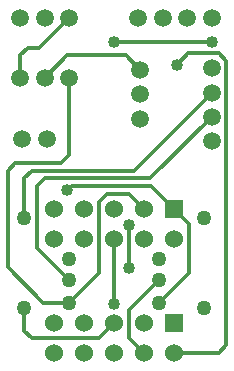
<source format=gbr>
G04 DipTrace 3.2.0.1*
G04 Top.gbr*
%MOMM*%
G04 #@! TF.FileFunction,Copper,L1,Top*
G04 #@! TF.Part,Single*
G04 #@! TA.AperFunction,Conductor*
%ADD13C,0.33*%
G04 #@! TA.AperFunction,ComponentPad*
%ADD14C,1.524*%
%ADD15R,1.524X1.524*%
%ADD16C,1.5*%
%ADD17C,1.27*%
%ADD18C,1.27*%
G04 #@! TA.AperFunction,ViaPad*
%ADD19C,1.016*%
%FSLAX35Y35*%
G04*
G71*
G90*
G75*
G01*
G04 Top*
%LPD*%
X1282250Y3743627D2*
D13*
Y3931631D1*
X1348249Y3997630D1*
X1441003D1*
X1695000Y4251627D1*
X2584000Y2632377D2*
X2709700Y2506677D1*
Y2091323D1*
X2457000Y1838623D1*
X1681139Y2789779D2*
X1715439Y2824079D1*
X2392298D1*
X2584000Y2632377D1*
X1695000Y3743627D2*
Y3088079D1*
X1629001Y3022080D1*
X1239629D1*
X1173629Y2956080D1*
Y2139993D1*
X1475000Y1838623D1*
X1695000D1*
X1947700Y2091323D1*
Y2692080D1*
X2013699Y2758080D1*
X2204297D1*
X2330000Y2632377D1*
X1488623Y3743627D2*
X1676627Y3931631D1*
X2173629D1*
X2298653Y3806607D1*
X2901500Y3410250D2*
X2381331Y2890081D1*
X1493001D1*
X1427000Y2824079D1*
Y2297127D1*
X1695000Y2029127D1*
X2901500Y3616627D2*
X2240954Y2956080D1*
X1379999D1*
X1314000Y2890081D1*
Y2553000D1*
X2076000Y1824000D2*
Y2378377D1*
X2901500Y4047810D2*
X2076000D1*
X2604930Y3847209D2*
X2705232Y3947511D1*
X2959999D1*
X3026001Y3881509D1*
Y1476002D1*
X2959999Y1410000D1*
X2584000D1*
X2201700Y2491519D2*
Y2129430D1*
X2457000Y2029127D2*
X2201700Y1773826D1*
Y1538300D1*
X2330000Y1410000D1*
X1314000Y1791000D2*
Y1601699D1*
X1379999Y1535700D1*
X1947700D1*
X2076000Y1664000D1*
D19*
X1681139Y2789779D3*
X2076000Y1824000D3*
Y4047810D3*
X2901500D3*
X2604930Y3847209D3*
X2201700Y2129430D3*
Y2491519D3*
D14*
X1568000Y2378377D3*
Y2632377D3*
X1822000D3*
Y2378377D3*
X2076000Y2632377D3*
Y2378377D3*
X2330000Y2632377D3*
Y2378377D3*
X2584000D3*
D15*
Y2632377D3*
D14*
X1568000Y1410000D3*
Y1664000D3*
X1822000D3*
Y1410000D3*
X2076000Y1664000D3*
Y1410000D3*
X2330000Y1664000D3*
Y1410000D3*
X2584000D3*
D15*
Y1664000D3*
D16*
X1282250Y4251627D3*
X1488623D3*
X1695000D3*
X1282250Y3743627D3*
X1488623D3*
X1695000D3*
X2901500Y3203877D3*
Y3410250D3*
Y3616627D3*
Y3823000D3*
X2282377Y4251627D3*
X2488750D3*
X2695127D3*
X2901500D3*
X2298653Y3806607D3*
Y3600233D3*
Y3393857D3*
X1298123Y3219750D3*
X1504497D3*
D17*
X1695000Y1838623D3*
D18*
X2457000D3*
D17*
Y2203750D3*
D18*
X1695000D3*
D17*
Y2029127D3*
D18*
X2457000D3*
D17*
X1314000Y2553000D3*
D18*
Y1791000D3*
D17*
X2838000Y2553000D3*
D18*
Y1791000D3*
M02*

</source>
